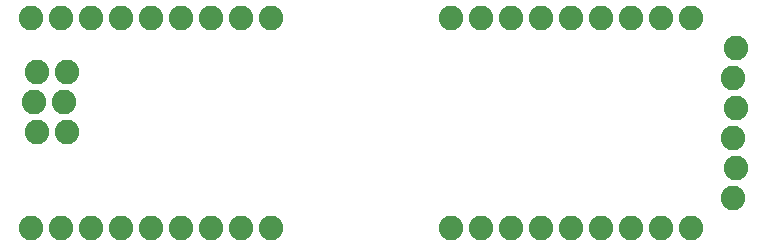
<source format=gbs>
G75*
G70*
%OFA0B0*%
%FSLAX24Y24*%
%IPPOS*%
%LPD*%
%AMOC8*
5,1,8,0,0,1.08239X$1,22.5*
%
%ADD10C,0.0820*%
D10*
X002150Y001650D03*
X003150Y001650D03*
X004150Y001650D03*
X005150Y001650D03*
X006150Y001650D03*
X007150Y001650D03*
X008150Y001650D03*
X009150Y001650D03*
X010150Y001650D03*
X016150Y001650D03*
X017150Y001650D03*
X018150Y001650D03*
X019150Y001650D03*
X020150Y001650D03*
X021150Y001650D03*
X022150Y001650D03*
X023150Y001650D03*
X024150Y001650D03*
X025550Y002650D03*
X025650Y003650D03*
X025550Y004650D03*
X025650Y005650D03*
X025550Y006650D03*
X025650Y007650D03*
X024150Y008650D03*
X023150Y008650D03*
X022150Y008650D03*
X021150Y008650D03*
X020150Y008650D03*
X019150Y008650D03*
X018150Y008650D03*
X017150Y008650D03*
X016150Y008650D03*
X010150Y008650D03*
X009150Y008650D03*
X008150Y008650D03*
X007150Y008650D03*
X006150Y008650D03*
X005150Y008650D03*
X004150Y008650D03*
X003150Y008650D03*
X002150Y008650D03*
X002350Y006850D03*
X003350Y006850D03*
X003250Y005850D03*
X002250Y005850D03*
X002350Y004850D03*
X003350Y004850D03*
M02*

</source>
